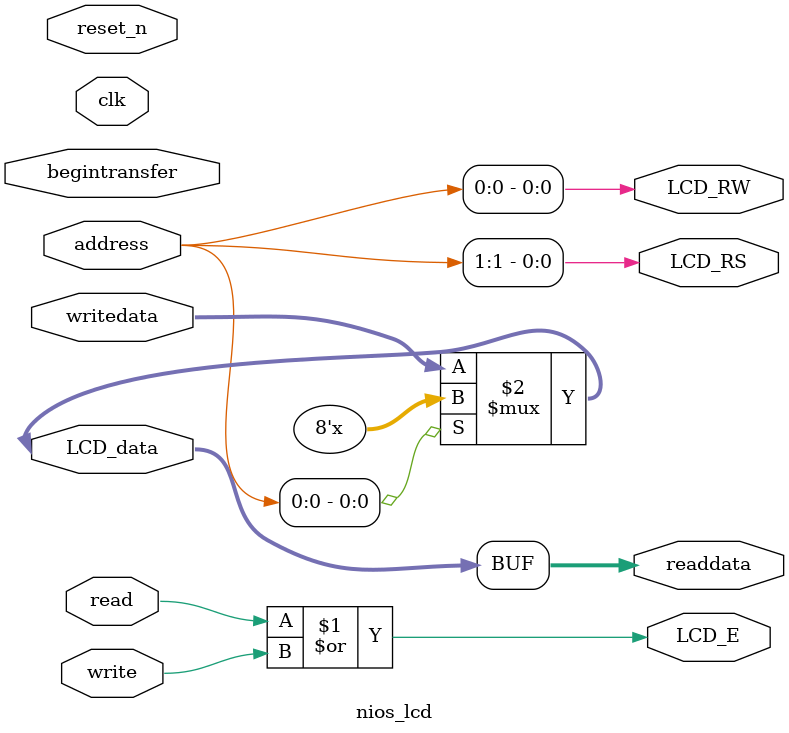
<source format=v>

`timescale 1ns / 1ps
// synthesis translate_on

// turn off superfluous verilog processor warnings 
// altera message_level Level1 
// altera message_off 10034 10035 10036 10037 10230 10240 10030 

module nios_lcd (
                  // inputs:
                   address,
                   begintransfer,
                   clk,
                   read,
                   reset_n,
                   write,
                   writedata,

                  // outputs:
                   LCD_E,
                   LCD_RS,
                   LCD_RW,
                   LCD_data,
                   readdata
                )
;

  output           LCD_E;
  output           LCD_RS;
  output           LCD_RW;
  inout   [  7: 0] LCD_data;
  output  [  7: 0] readdata;
  input   [  1: 0] address;
  input            begintransfer;
  input            clk;
  input            read;
  input            reset_n;
  input            write;
  input   [  7: 0] writedata;

  wire             LCD_E;
  wire             LCD_RS;
  wire             LCD_RW;
  wire    [  7: 0] LCD_data;
  wire    [  7: 0] readdata;
  assign LCD_RW = address[0];
  assign LCD_RS = address[1];
  assign LCD_E = read | write;
  assign LCD_data = (address[0]) ? {8{1'bz}} : writedata;
  assign readdata = LCD_data;
  //control_slave, which is an e_avalon_slave

endmodule


</source>
